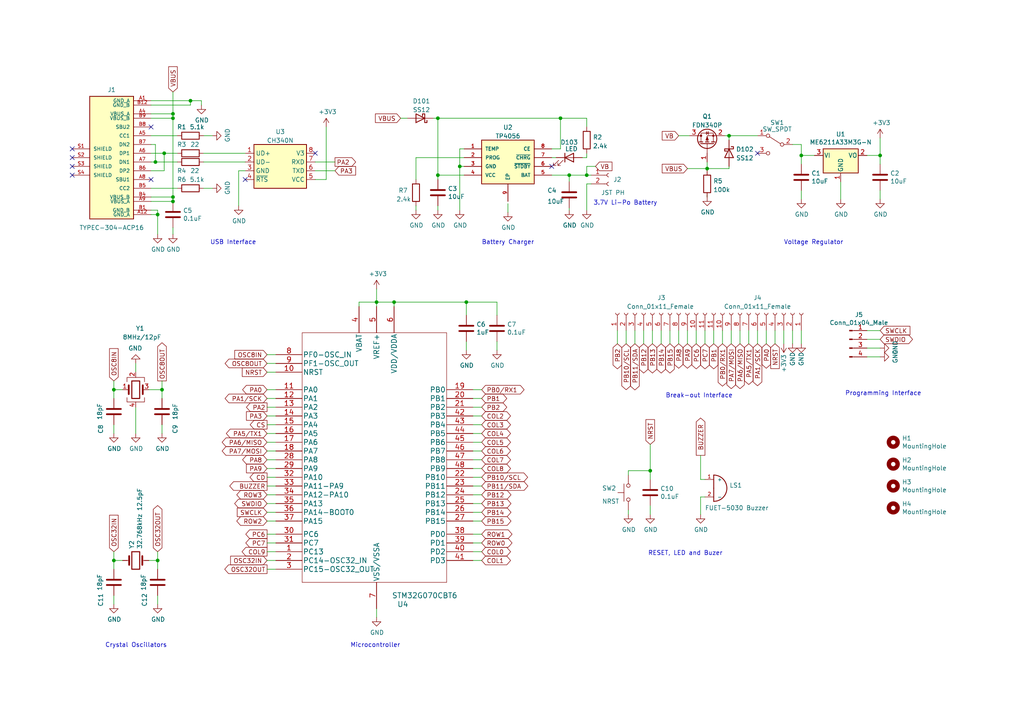
<source format=kicad_sch>
(kicad_sch (version 20211123) (generator eeschema)
  (paper "A4")
  (title_block (title "G70CB PalmTop") (date "2023-04-10") (rev "Rev 1.1") (company "www.e-tinkers.com") (comment 1 "Henry Cheung") (comment 2 "@copyright e-tinkers.com"))
  (lib_symbols
    (symbol "Connector:Conn_01x02_Female" (pin_names (offset 1.016) hide)
      (property "Reference" "J" (at 0 2.54 0))
      (property "Value" "Conn_01x02_Female" (at 0 -5.08 0))
      (symbol "Conn_01x02_Female_1_1"
        (pin passive line (at -5.08 0 0) (length 3.81) (name "Pin_1") (number "1"))
        (pin passive line (at -5.08 -2.54 0) (length 3.81) (name "Pin_2") (number "2"))
      )
    )
    (symbol "Connector:Conn_01x04_Male" (pin_names (offset 1.016) hide)
      (property "Reference" "J" (at 0 5.08 0))
      (property "Value" "Conn_01x04_Male" (at 0 -7.62 0))
      (symbol "Conn_01x04_Male_1_1"
        (pin passive line (at 5.08 2.54 180) (length 3.81) (name "Pin_1") (number "1"))
        (pin passive line (at 5.08 0 180) (length 3.81) (name "Pin_2") (number "2"))
        (pin passive line (at 5.08 -2.54 180) (length 3.81) (name "Pin_3") (number "3"))
        (pin passive line (at 5.08 -5.08 180) (length 3.81) (name "Pin_4") (number "4"))
      )
    )
    (symbol "Connector:Conn_01x11_Female" (pin_names (offset 1.016) hide)
      (property "Reference" "J" (at 0 15.24 0))
      (property "Value" "Conn_01x11_Female" (at 0 -15.24 0))
      (symbol "Conn_01x11_Female_1_1"
        (pin passive line (at -5.08 12.7 0) (length 3.81) (name "Pin_1") (number "1"))
        (pin passive line (at -5.08 -10.16 0) (length 3.81) (name "Pin_10") (number "10"))
        (pin passive line (at -5.08 -12.7 0) (length 3.81) (name "Pin_11") (number "11"))
        (pin passive line (at -5.08 10.16 0) (length 3.81) (name "Pin_2") (number "2"))
        (pin passive line (at -5.08 7.62 0) (length 3.81) (name "Pin_3") (number "3"))
        (pin passive line (at -5.08 5.08 0) (length 3.81) (name "Pin_4") (number "4"))
        (pin passive line (at -5.08 2.54 0) (length 3.81) (name "Pin_5") (number "5"))
        (pin passive line (at -5.08 0 0) (length 3.81) (name "Pin_6") (number "6"))
        (pin passive line (at -5.08 -2.54 0) (length 3.81) (name "Pin_7") (number "7"))
        (pin passive line (at -5.08 -5.08 0) (length 3.81) (name "Pin_8") (number "8"))
        (pin passive line (at -5.08 -7.62 0) (length 3.81) (name "Pin_9") (number "9"))
      )
    )
    (symbol "Device:C" (pin_numbers hide) (pin_names (offset 0.254))
      (property "Reference" "C" (at 0.635 2.54 0))
      (property "Value" "C" (at 0.635 -2.54 0))
      (symbol "C_1_1"
        (pin passive line (at 0 3.81 270) (length 2.794) (name "~") (number "1"))
        (pin passive line (at 0 -3.81 90) (length 2.794) (name "~") (number "2"))
      )
    )
    (symbol "Device:Crystal" (pin_numbers hide) (pin_names (offset 1.016) hide)
      (property "Reference" "Y" (at 0 3.81 0))
      (property "Value" "Crystal" (at 0 -3.81 0))
      (symbol "Crystal_1_1"
        (pin passive line (at -3.81 0 0) (length 1.27) (name "1") (number "1"))
        (pin passive line (at 3.81 0 180) (length 1.27) (name "2") (number "2"))
      )
    )
    (symbol "Device:Crystal_GND24" (pin_names (offset 1.016) hide)
      (property "Reference" "Y" (at 3.175 5.08 0))
      (property "Value" "Crystal_GND24" (at 3.175 3.175 0))
      (symbol "Crystal_GND24_1_1"
        (pin passive line (at -3.81 0 0) (length 1.27) (name "1") (number "1"))
        (pin passive line (at 0 5.08 270) (length 1.27) (name "2") (number "2"))
        (pin passive line (at 3.81 0 180) (length 1.27) (name "3") (number "3"))
        (pin passive line (at 0 -5.08 90) (length 1.27) (name "4") (number "4"))
      )
    )
    (symbol "Device:D_Schottky" (pin_numbers hide) (pin_names (offset 1.016) hide)
      (property "Reference" "D" (at 0 2.54 0))
      (property "Value" "D_Schottky" (at 0 -2.54 0))
      (symbol "D_Schottky_1_1"
        (pin passive line (at -3.81 0 0) (length 2.54) (name "K") (number "1"))
        (pin passive line (at 3.81 0 180) (length 2.54) (name "A") (number "2"))
      )
    )
    (symbol "Device:LED" (pin_numbers hide) (pin_names (offset 1.016) hide)
      (property "Reference" "D" (at 0 2.54 0))
      (property "Value" "LED" (at 0 -2.54 0))
      (symbol "LED_1_1"
        (pin passive line (at -3.81 0 0) (length 2.54) (name "K") (number "1"))
        (pin passive line (at 3.81 0 180) (length 2.54) (name "A") (number "2"))
      )
    )
    (symbol "Device:R" (pin_numbers hide) (pin_names (offset 0))
      (property "Reference" "R" (at 2.032 0 90))
      (property "Value" "R" (at 0 0 90))
      (symbol "R_1_1"
        (pin passive line (at 0 3.81 270) (length 1.27) (name "~") (number "1"))
        (pin passive line (at 0 -3.81 90) (length 1.27) (name "~") (number "2"))
      )
    )
    (symbol "Mechanical:MountingHole" (pin_names (offset 1.016))
      (property "Reference" "H" (at 0 5.08 0))
      (property "Value" "MountingHole" (at 0 3.175 0))
    )
    (symbol "Regulator_Linear:MCP1703A-1202_SOT23" (pin_names (offset 0.254))
      (property "Reference" "U" (at -3.81 3.175 0))
      (property "Value" "MCP1703A-1202_SOT23" (at 0 3.175 0))
      (symbol "MCP1703A-1202_SOT23_1_1"
        (pin power_in line (at 0 -7.62 90) (length 2.54) (name "GND") (number "1"))
        (pin power_out line (at 7.62 0 180) (length 2.54) (name "VO") (number "2"))
        (pin power_in line (at -7.62 0 0) (length 2.54) (name "VI") (number "3"))
      )
    )
    (symbol "Switch:SW_Push" (pin_numbers hide) (pin_names (offset 1.016) hide)
      (property "Reference" "SW" (at 1.27 2.54 0))
      (property "Value" "SW_Push" (at 0 -1.524 0))
      (symbol "SW_Push_0_1"
        (pin passive line (at -5.08 0 0) (length 2.54) (name "1") (number "1"))
        (pin passive line (at 5.08 0 180) (length 2.54) (name "2") (number "2"))
      )
    )
    (symbol "Switch:SW_SPDT" (pin_names (offset 0) hide)
      (property "Reference" "SW" (at 0 4.318 0))
      (property "Value" "SW_SPDT" (at 0 -5.08 0))
      (symbol "SW_SPDT_1_1"
        (pin passive line (at 5.08 2.54 180) (length 2.54) (name "A") (number "1"))
        (pin passive line (at -5.08 0 0) (length 2.54) (name "B") (number "2"))
        (pin passive line (at 5.08 -2.54 180) (length 2.54) (name "C") (number "3"))
      )
    )
    (symbol "TP4056:TP4056" (pin_names (offset 1.016))
      (property "Reference" "U" (at -10.16 6.35 0))
      (property "Value" "TP4056" (at -2.54 6.35 0))
      (symbol "TP4056_0_0"
        (pin input line (at -15.24 3.81 0) (length 5.08) (name "TEMP") (number "1"))
        (pin bidirectional line (at -15.24 1.27 0) (length 5.08) (name "PROG") (number "2"))
        (pin power_in line (at -15.24 -1.27 0) (length 5.08) (name "GND") (number "3"))
        (pin power_in line (at -15.24 -3.81 0) (length 5.08) (name "VCC") (number "4"))
        (pin output line (at 10.16 -3.81 180) (length 5.08) (name "BAT") (number "5"))
        (pin output line (at 10.16 -1.27 180) (length 5.08) (name "~{STDBY}") (number "6"))
        (pin output line (at 10.16 1.27 180) (length 5.08) (name "~{CHRG}") (number "7"))
        (pin input line (at 10.16 3.81 180) (length 5.08) (name "CE") (number "8"))
        (pin passive line (at -2.54 -11.43 90) (length 5.08) (name "EP") (number "9"))
      )
    )
    (symbol "TYPEC-304-ACP16:TYPEC-304-ACP16" (pin_names (offset 1.016))
      (property "Reference" "J" (at -5.08 19.05 0))
      (property "Value" "TYPEC-304-ACP16" (at -10.16 -21.59 0))
      (symbol "TYPEC-304-ACP16_0_0"
        (pin power_in line (at 11.43 16.51 180) (length 5.08) (name "GND_A") (number "A1"))
        (pin power_in line (at 11.43 -16.51 180) (length 5.08) (name "GND_A") (number "A12"))
        (pin power_in line (at 11.43 12.7 180) (length 5.08) (name "VBUS_A") (number "A4"))
        (pin bidirectional line (at 11.43 6.35 180) (length 5.08) (name "CC1") (number "A5"))
        (pin bidirectional line (at 11.43 1.27 180) (length 5.08) (name "DP1") (number "A6"))
        (pin bidirectional line (at 11.43 -1.27 180) (length 5.08) (name "DN1") (number "A7"))
        (pin bidirectional line (at 11.43 -6.35 180) (length 5.08) (name "SBU1") (number "A8"))
        (pin power_in line (at 11.43 -12.7 180) (length 5.08) (name "VBUS_A") (number "A9"))
        (pin power_in line (at 11.43 -15.24 180) (length 5.08) (name "GND_B") (number "B1"))
        (pin power_in line (at 11.43 15.24 180) (length 5.08) (name "GND_B") (number "B12"))
        (pin power_in line (at 11.43 -11.43 180) (length 5.08) (name "VBUS_B") (number "B4"))
        (pin bidirectional line (at 11.43 -8.89 180) (length 5.08) (name "CC2") (number "B5"))
        (pin bidirectional line (at 11.43 -3.81 180) (length 5.08) (name "DP2") (number "B6"))
        (pin bidirectional line (at 11.43 3.81 180) (length 5.08) (name "DN2") (number "B7"))
        (pin bidirectional line (at 11.43 8.89 180) (length 5.08) (name "SBU2") (number "B8"))
        (pin power_in line (at 11.43 11.43 180) (length 5.08) (name "VBUS_B") (number "B9"))
        (pin power_in line (at -11.43 2.54 0) (length 5.08) (name "SHIELD") (number "S1"))
        (pin power_in line (at -11.43 0 0) (length 5.08) (name "SHIELD") (number "S2"))
        (pin power_in line (at -11.43 -2.54 0) (length 5.08) (name "SHIELD") (number "S3"))
        (pin power_in line (at -11.43 -5.08 0) (length 5.08) (name "SHIELD") (number "S4"))
      )
    )
    (symbol "Transistor_FET:FDN340P" (pin_names hide)
      (property "Reference" "Q" (at 5.08 1.905 0))
      (property "Value" "FDN340P" (at 5.08 0 0))
      (symbol "FDN340P_1_1"
        (pin input line (at -5.08 0 0) (length 2.54) (name "G") (number "1"))
        (pin passive line (at 2.54 -5.08 90) (length 2.54) (name "S") (number "2"))
        (pin passive line (at 2.54 5.08 270) (length 2.54) (name "D") (number "3"))
      )
    )
    (symbol "e-tinkers:CH340N"
      (property "Reference" "U" (at -5.08 13.97 0))
      (property "Value" "CH340N" (at 1.27 13.97 0))
      (symbol "CH340N_1_1"
        (pin bidirectional line (at -10.16 10.16 0) (length 2.54) (name "UD+") (number "1"))
        (pin bidirectional line (at -10.16 7.62 0) (length 2.54) (name "UD-") (number "2"))
        (pin power_in line (at -10.16 5.08 0) (length 2.54) (name "GND") (number "3"))
        (pin output line (at -10.16 2.54 0) (length 2.54) (name "~{RTS}") (number "4"))
        (pin power_in line (at 10.16 2.54 180) (length 2.54) (name "VCC") (number "5"))
        (pin output line (at 10.16 5.08 180) (length 2.54) (name "TXD") (number "6"))
        (pin input line (at 10.16 7.62 180) (length 2.54) (name "RXD") (number "7"))
        (pin power_in line (at 10.16 10.16 180) (length 2.54) (name "V3") (number "8"))
      )
    )
    (symbol "e-tinkers:FUET-5030 Buzzer" (pin_names (offset 1.016))
      (property "Reference" "LS" (at 1.27 6.35 0))
      (property "Value" "FUET-5030 Buzzer" (at -2.54 -5.08 0))
      (symbol "FUET-5030 Buzzer_0_0"
        (pin passive line (at -1.27 3.81 0) (length 2.54) (name "+") (number "1"))
        (pin passive line (at -1.27 -1.27 0) (length 2.54) (name "-") (number "2"))
        (pin no_connect line (at -1.27 1.27 0) (length 2.54) hide (name "~") (number "3"))
      )
    )
    (symbol "palmTop-rescue:+3.3V-power" (power) (pin_names (offset 0))
      (property "Value" "+3.3V-power" (at 0 3.556 0))
      (symbol "+3.3V-power_1_1"
        (pin power_in line (at 0 0 90) (length 0) hide (name "+3V3") (number "1"))
      )
    )
    (symbol "palmTop-rescue:STM32G070CBT6-STM32G070xBT6" (pin_names (offset 0.254))
      (property "Reference" "U" (at -20.32 39.37 0))
      (property "Value" "STM32G070CBT6-STM32G070xBT6" (at 17.78 -38.1 0))
      (symbol "STM32G070CBT6-STM32G070xBT6_1_1"
        (pin bidirectional line (at -29.21 -26.67 0) (length 7.62) (name "PC13") (number "1"))
        (pin bidirectional line (at -29.21 25.4 0) (length 7.62) (name "NRST") (number "10"))
        (pin bidirectional line (at -29.21 20.32 0) (length 7.62) (name "PA0") (number "11"))
        (pin bidirectional line (at -29.21 17.78 0) (length 7.62) (name "PA1") (number "12"))
        (pin bidirectional line (at -29.21 15.24 0) (length 7.62) (name "PA2") (number "13"))
        (pin bidirectional line (at -29.21 12.7 0) (length 7.62) (name "PA3") (number "14"))
        (pin bidirectional line (at -29.21 10.16 0) (length 7.62) (name "PA4") (number "15"))
        (pin bidirectional line (at -29.21 7.62 0) (length 7.62) (name "PA5") (number "16"))
        (pin bidirectional line (at -29.21 5.08 0) (length 7.62) (name "PA6") (number "17"))
        (pin bidirectional line (at -29.21 2.54 0) (length 7.62) (name "PA7") (number "18"))
        (pin bidirectional line (at 27.94 20.32 180) (length 7.62) (name "PB0") (number "19"))
        (pin bidirectional line (at -29.21 -29.21 0) (length 7.62) (name "PC14-OSC32_IN") (number "2"))
        (pin bidirectional line (at 27.94 17.78 180) (length 7.62) (name "PB1") (number "20"))
        (pin bidirectional line (at 27.94 15.24 180) (length 7.62) (name "PB2") (number "21"))
        (pin bidirectional line (at 27.94 -5.08 180) (length 7.62) (name "PB10") (number "22"))
        (pin bidirectional line (at 27.94 -7.62 180) (length 7.62) (name "PB11") (number "23"))
        (pin bidirectional line (at 27.94 -10.16 180) (length 7.62) (name "PB12") (number "24"))
        (pin bidirectional line (at 27.94 -12.7 180) (length 7.62) (name "PB13") (number "25"))
        (pin bidirectional line (at 27.94 -15.24 180) (length 7.62) (name "PB14") (number "26"))
        (pin bidirectional line (at 27.94 -17.78 180) (length 7.62) (name "PB15") (number "27"))
        (pin bidirectional line (at -29.21 0 0) (length 7.62) (name "PA8") (number "28"))
        (pin bidirectional line (at -29.21 -2.54 0) (length 7.62) (name "PA9") (number "29"))
        (pin bidirectional line (at -29.21 -31.75 0) (length 7.62) (name "PC15-OSC32_OUT") (number "3"))
        (pin bidirectional line (at -29.21 -21.59 0) (length 7.62) (name "PC6") (number "30"))
        (pin bidirectional line (at -29.21 -24.13 0) (length 7.62) (name "PC7") (number "31"))
        (pin bidirectional line (at -29.21 -5.08 0) (length 7.62) (name "PA10") (number "32"))
        (pin bidirectional line (at -29.21 -7.62 0) (length 7.62) (name "PA11-PA9") (number "33"))
        (pin bidirectional line (at -29.21 -10.16 0) (length 7.62) (name "PA12-PA10") (number "34"))
        (pin bidirectional line (at -29.21 -12.7 0) (length 7.62) (name "PA13") (number "35"))
        (pin bidirectional line (at -29.21 -15.24 0) (length 7.62) (name "PA14-BOOT0") (number "36"))
        (pin bidirectional line (at -29.21 -17.78 0) (length 7.62) (name "PA15") (number "37"))
        (pin bidirectional line (at 27.94 -21.59 180) (length 7.62) (name "PD0") (number "38"))
        (pin bidirectional line (at 27.94 -24.13 180) (length 7.62) (name "PD1") (number "39"))
        (pin power_in line (at -5.08 44.45 270) (length 7.62) (name "VBAT") (number "4"))
        (pin bidirectional line (at 27.94 -26.67 180) (length 7.62) (name "PD2") (number "40"))
        (pin bidirectional line (at 27.94 -29.21 180) (length 7.62) (name "PD3") (number "41"))
        (pin bidirectional line (at 27.94 12.7 180) (length 7.62) (name "PB3") (number "42"))
        (pin bidirectional line (at 27.94 10.16 180) (length 7.62) (name "PB4") (number "43"))
        (pin bidirectional line (at 27.94 7.62 180) (length 7.62) (name "PB5") (number "44"))
        (pin bidirectional line (at 27.94 5.08 180) (length 7.62) (name "PB6") (number "45"))
        (pin bidirectional line (at 27.94 2.54 180) (length 7.62) (name "PB7") (number "46"))
        (pin bidirectional line (at 27.94 0 180) (length 7.62) (name "PB8") (number "47"))
        (pin bidirectional line (at 27.94 -2.54 180) (length 7.62) (name "PB9") (number "48"))
        (pin power_in line (at 0 44.45 270) (length 7.62) (name "VREF+") (number "5"))
        (pin power_in line (at 5.08 44.45 270) (length 7.62) (name "VDD/VDDA") (number "6"))
        (pin power_in line (at 0 -43.18 90) (length 7.62) (name "VSS/VSSA") (number "7"))
        (pin bidirectional line (at -29.21 30.48 0) (length 7.62) (name "PF0-OSC_IN") (number "8"))
        (pin bidirectional line (at -29.21 27.94 0) (length 7.62) (name "PF1-OSC_OUT") (number "9"))
      )
    )
    (symbol "power:GND" (power) (pin_names (offset 0))
      (property "Value" "GND" (at 0 -3.81 0))
      (symbol "GND_1_1"
        (pin power_in line (at 0 0 270) (length 0) hide (name "GND") (number "1"))
      )
    )
  )
  (junction (at 255.27 45.085))
  (junction (at 188.595 136.525))
  (junction (at 47.625 44.45))
  (junction (at 114.3 87.63))
  (junction (at 109.22 87.63))
  (junction (at 33.02 162.56))
  (junction (at 162.56 34.29))
  (junction (at 50.165 58.42))
  (junction (at 45.72 62.23))
  (junction (at 50.165 34.29))
  (junction (at 232.41 45.085))
  (junction (at 170.18 50.8))
  (junction (at 50.165 33.02))
  (junction (at 127 50.8))
  (junction (at 205.105 48.895))
  (junction (at 55.245 29.21))
  (junction (at 165.1 50.8))
  (junction (at 133.35 48.26))
  (junction (at 211.455 39.37))
  (junction (at 127 34.29))
  (junction (at 45.72 162.56))
  (junction (at 45.085 46.99))
  (junction (at 50.165 57.15))
  (junction (at 135.255 87.63))
  (junction (at 33.02 113.03))
  (junction (at 46.99 113.03))
  (no_connect (at 91.44 44.45))
  (no_connect (at 219.71 44.45))
  (no_connect (at 43.815 52.07))
  (no_connect (at 43.815 36.83))
  (no_connect (at 160.02 48.26))
  (no_connect (at 20.955 50.8))
  (no_connect (at 20.955 43.18))
  (no_connect (at 20.955 45.72))
  (no_connect (at 20.955 48.26))
  (no_connect (at 71.12 52.07))
  (wire (pts (xy 39.37 107.95) (xy 39.37 105.41)))
  (wire (pts (xy 33.02 125.73) (xy 33.02 123.19)))
  (wire (pts (xy 77.47 143.51) (xy 80.01 143.51)))
  (wire (pts (xy 232.41 57.785) (xy 232.41 55.245)))
  (wire (pts (xy 243.84 52.705) (xy 243.84 57.785)))
  (wire (pts (xy 182.245 136.525) (xy 182.245 137.795)))
  (wire (pts (xy 232.41 45.085) (xy 236.22 45.085)))
  (wire (pts (xy 116.205 34.29) (xy 118.11 34.29)))
  (wire (pts (xy 109.22 87.63) (xy 109.22 83.82)))
  (wire (pts (xy 219.71 95.885) (xy 219.71 99.695)))
  (wire (pts (xy 139.7 123.19) (xy 137.16 123.19)))
  (wire (pts (xy 120.65 45.72) (xy 120.65 52.07)))
  (wire (pts (xy 45.72 60.96) (xy 45.72 62.23)))
  (wire (pts (xy 77.47 118.11) (xy 80.01 118.11)))
  (wire (pts (xy 77.47 140.97) (xy 80.01 140.97)))
  (wire (pts (xy 33.02 115.57) (xy 33.02 113.03)))
  (wire (pts (xy 139.7 125.73) (xy 137.16 125.73)))
  (wire (pts (xy 203.2 144.145) (xy 203.2 149.225)))
  (wire (pts (xy 211.455 39.37) (xy 219.71 39.37)))
  (wire (pts (xy 77.47 157.48) (xy 80.01 157.48)))
  (wire (pts (xy 43.815 58.42) (xy 50.165 58.42)))
  (wire (pts (xy 43.815 44.45) (xy 47.625 44.45)))
  (wire (pts (xy 170.18 48.26) (xy 170.18 50.8)))
  (wire (pts (xy 182.245 147.955) (xy 182.245 149.225)))
  (wire (pts (xy 50.165 58.42) (xy 50.165 57.15)))
  (wire (pts (xy 170.18 48.26) (xy 172.72 48.26)))
  (wire (pts (xy 162.56 34.29) (xy 170.18 34.29)))
  (wire (pts (xy 77.47 138.43) (xy 80.01 138.43)))
  (wire (pts (xy 59.055 44.45) (xy 71.12 44.45)))
  (wire (pts (xy 251.46 45.085) (xy 255.27 45.085)))
  (wire (pts (xy 139.7 146.05) (xy 137.16 146.05)))
  (wire (pts (xy 179.07 99.695) (xy 179.07 95.885)))
  (wire (pts (xy 33.02 113.03) (xy 35.56 113.03)))
  (wire (pts (xy 46.99 113.03) (xy 46.99 115.57)))
  (wire (pts (xy 229.87 41.91) (xy 232.41 41.91)))
  (wire (pts (xy 91.44 52.07) (xy 94.615 52.07)))
  (wire (pts (xy 139.7 151.13) (xy 137.16 151.13)))
  (wire (pts (xy 204.47 144.145) (xy 203.2 144.145)))
  (wire (pts (xy 127 34.29) (xy 127 50.8)))
  (wire (pts (xy 43.18 113.03) (xy 46.99 113.03)))
  (wire (pts (xy 33.02 162.56) (xy 33.02 160.02)))
  (wire (pts (xy 77.47 148.59) (xy 80.01 148.59)))
  (wire (pts (xy 77.47 146.05) (xy 80.01 146.05)))
  (wire (pts (xy 45.085 41.91) (xy 45.085 46.99)))
  (wire (pts (xy 211.455 39.37) (xy 211.455 40.64)))
  (wire (pts (xy 139.7 157.48) (xy 137.16 157.48)))
  (wire (pts (xy 205.105 46.99) (xy 205.105 48.895)))
  (wire (pts (xy 135.255 87.63) (xy 135.255 91.44)))
  (wire (pts (xy 188.595 149.225) (xy 188.595 146.685)))
  (wire (pts (xy 125.73 34.29) (xy 127 34.29)))
  (wire (pts (xy 45.72 62.23) (xy 45.72 67.945)))
  (wire (pts (xy 43.815 34.29) (xy 50.165 34.29)))
  (wire (pts (xy 139.7 120.65) (xy 137.16 120.65)))
  (wire (pts (xy 45.72 162.56) (xy 45.72 160.02)))
  (wire (pts (xy 170.18 53.34) (xy 170.18 60.96)))
  (wire (pts (xy 255.27 40.005) (xy 255.27 45.085)))
  (wire (pts (xy 43.815 60.96) (xy 45.72 60.96)))
  (wire (pts (xy 139.7 135.89) (xy 137.16 135.89)))
  (wire (pts (xy 71.12 49.53) (xy 69.215 49.53)))
  (wire (pts (xy 199.39 99.695) (xy 199.39 95.885)))
  (wire (pts (xy 77.47 125.73) (xy 80.01 125.73)))
  (wire (pts (xy 170.18 50.8) (xy 171.45 50.8)))
  (wire (pts (xy 134.62 45.72) (xy 120.65 45.72)))
  (wire (pts (xy 109.22 88.9) (xy 109.22 87.63)))
  (wire (pts (xy 222.25 95.885) (xy 222.25 99.695)))
  (wire (pts (xy 224.79 95.885) (xy 224.79 99.695)))
  (wire (pts (xy 77.47 162.56) (xy 80.01 162.56)))
  (wire (pts (xy 189.23 99.695) (xy 189.23 95.885)))
  (wire (pts (xy 77.47 123.19) (xy 80.01 123.19)))
  (wire (pts (xy 162.56 43.18) (xy 162.56 34.29)))
  (wire (pts (xy 104.14 87.63) (xy 109.22 87.63)))
  (wire (pts (xy 50.165 34.29) (xy 50.165 57.15)))
  (wire (pts (xy 55.245 29.21) (xy 55.245 30.48)))
  (wire (pts (xy 43.815 33.02) (xy 50.165 33.02)))
  (wire (pts (xy 229.87 95.885) (xy 229.87 99.695)))
  (wire (pts (xy 33.02 175.26) (xy 33.02 172.72)))
  (wire (pts (xy 217.17 95.885) (xy 217.17 99.695)))
  (wire (pts (xy 127 50.8) (xy 127 52.07)))
  (wire (pts (xy 59.055 46.99) (xy 71.12 46.99)))
  (wire (pts (xy 55.245 29.21) (xy 58.42 29.21)))
  (wire (pts (xy 77.47 115.57) (xy 80.01 115.57)))
  (wire (pts (xy 139.7 128.27) (xy 137.16 128.27)))
  (wire (pts (xy 127 34.29) (xy 162.56 34.29)))
  (wire (pts (xy 77.47 160.02) (xy 80.01 160.02)))
  (wire (pts (xy 139.7 130.81) (xy 137.16 130.81)))
  (wire (pts (xy 47.625 49.53) (xy 47.625 44.45)))
  (wire (pts (xy 50.165 66.04) (xy 50.165 67.945)))
  (wire (pts (xy 114.3 87.63) (xy 135.255 87.63)))
  (wire (pts (xy 196.85 39.37) (xy 200.025 39.37)))
  (wire (pts (xy 127 50.8) (xy 134.62 50.8)))
  (wire (pts (xy 133.35 48.26) (xy 134.62 48.26)))
  (wire (pts (xy 209.55 95.885) (xy 209.55 99.695)))
  (wire (pts (xy 232.41 45.085) (xy 232.41 47.625)))
  (wire (pts (xy 251.46 103.505) (xy 255.27 103.505)))
  (wire (pts (xy 120.65 59.69) (xy 120.65 60.96)))
  (wire (pts (xy 139.7 115.57) (xy 137.16 115.57)))
  (wire (pts (xy 43.815 54.61) (xy 51.435 54.61)))
  (wire (pts (xy 165.1 52.705) (xy 165.1 50.8)))
  (wire (pts (xy 214.63 95.885) (xy 214.63 99.695)))
  (wire (pts (xy 211.455 48.895) (xy 205.105 48.895)))
  (wire (pts (xy 135.255 99.06) (xy 135.255 101.6)))
  (wire (pts (xy 127 59.69) (xy 127 60.96)))
  (wire (pts (xy 69.215 49.53) (xy 69.215 59.69)))
  (wire (pts (xy 46.99 113.03) (xy 46.99 110.49)))
  (wire (pts (xy 201.93 99.695) (xy 201.93 95.885)))
  (wire (pts (xy 139.7 143.51) (xy 137.16 143.51)))
  (wire (pts (xy 43.815 49.53) (xy 47.625 49.53)))
  (wire (pts (xy 139.7 118.11) (xy 137.16 118.11)))
  (wire (pts (xy 77.47 128.27) (xy 80.01 128.27)))
  (wire (pts (xy 77.47 165.1) (xy 80.01 165.1)))
  (wire (pts (xy 255.27 100.965) (xy 251.46 100.965)))
  (wire (pts (xy 188.595 136.525) (xy 188.595 139.065)))
  (wire (pts (xy 255.27 45.085) (xy 255.27 47.625)))
  (wire (pts (xy 91.44 46.99) (xy 97.155 46.99)))
  (wire (pts (xy 94.615 36.83) (xy 94.615 52.07)))
  (wire (pts (xy 43.815 46.99) (xy 45.085 46.99)))
  (wire (pts (xy 139.7 160.02) (xy 137.16 160.02)))
  (wire (pts (xy 46.99 123.19) (xy 46.99 125.73)))
  (wire (pts (xy 55.245 30.48) (xy 43.815 30.48)))
  (wire (pts (xy 232.41 95.885) (xy 232.41 99.695)))
  (wire (pts (xy 77.47 151.13) (xy 80.01 151.13)))
  (wire (pts (xy 205.105 48.895) (xy 205.105 49.53)))
  (wire (pts (xy 139.7 148.59) (xy 137.16 148.59)))
  (wire (pts (xy 188.595 136.525) (xy 182.245 136.525)))
  (wire (pts (xy 80.01 102.87) (xy 77.47 102.87)))
  (wire (pts (xy 204.47 99.695) (xy 204.47 95.885)))
  (wire (pts (xy 139.7 133.35) (xy 137.16 133.35)))
  (wire (pts (xy 170.18 44.45) (xy 170.18 45.72)))
  (wire (pts (xy 227.33 95.885) (xy 227.33 99.695)))
  (wire (pts (xy 199.39 48.895) (xy 205.105 48.895)))
  (wire (pts (xy 144.145 87.63) (xy 144.145 91.44)))
  (wire (pts (xy 133.35 43.18) (xy 133.35 48.26)))
  (wire (pts (xy 43.815 57.15) (xy 50.165 57.15)))
  (wire (pts (xy 109.22 87.63) (xy 114.3 87.63)))
  (wire (pts (xy 33.02 165.1) (xy 33.02 162.56)))
  (wire (pts (xy 58.42 29.21) (xy 58.42 30.48)))
  (wire (pts (xy 144.145 101.6) (xy 144.145 99.06)))
  (wire (pts (xy 170.18 34.29) (xy 170.18 36.83)))
  (wire (pts (xy 255.27 95.885) (xy 251.46 95.885)))
  (wire (pts (xy 147.32 59.055) (xy 147.32 61.595)))
  (wire (pts (xy 77.47 154.94) (xy 80.01 154.94)))
  (wire (pts (xy 91.44 49.53) (xy 97.155 49.53)))
  (wire (pts (xy 43.815 29.21) (xy 55.245 29.21)))
  (wire (pts (xy 134.62 43.18) (xy 133.35 43.18)))
  (wire (pts (xy 188.595 128.905) (xy 188.595 136.525)))
  (wire (pts (xy 171.45 53.34) (xy 170.18 53.34)))
  (wire (pts (xy 114.3 87.63) (xy 114.3 88.9)))
  (wire (pts (xy 33.02 110.49) (xy 33.02 113.03)))
  (wire (pts (xy 77.47 113.03) (xy 80.01 113.03)))
  (wire (pts (xy 80.01 105.41) (xy 77.47 105.41)))
  (wire (pts (xy 47.625 44.45) (xy 51.435 44.45)))
  (wire (pts (xy 232.41 41.91) (xy 232.41 45.085)))
  (wire (pts (xy 255.27 98.425) (xy 251.46 98.425)))
  (wire (pts (xy 255.27 57.785) (xy 255.27 55.245)))
  (wire (pts (xy 39.37 118.11) (xy 39.37 125.73)))
  (wire (pts (xy 43.815 62.23) (xy 45.72 62.23)))
  (wire (pts (xy 194.31 99.695) (xy 194.31 95.885)))
  (wire (pts (xy 207.01 95.885) (xy 207.01 99.695)))
  (wire (pts (xy 160.02 43.18) (xy 162.56 43.18)))
  (wire (pts (xy 184.15 99.695) (xy 184.15 95.885)))
  (wire (pts (xy 45.085 46.99) (xy 51.435 46.99)))
  (wire (pts (xy 80.01 107.95) (xy 77.47 107.95)))
  (wire (pts (xy 139.7 162.56) (xy 137.16 162.56)))
  (wire (pts (xy 133.35 48.26) (xy 133.35 60.96)))
  (wire (pts (xy 212.09 95.885) (xy 212.09 99.695)))
  (wire (pts (xy 144.145 87.63) (xy 135.255 87.63)))
  (wire (pts (xy 210.185 39.37) (xy 211.455 39.37)))
  (wire (pts (xy 139.7 140.97) (xy 137.16 140.97)))
  (wire (pts (xy 203.2 132.08) (xy 203.2 139.065)))
  (wire (pts (xy 43.815 39.37) (xy 51.435 39.37)))
  (wire (pts (xy 139.7 138.43) (xy 137.16 138.43)))
  (wire (pts (xy 211.455 48.26) (xy 211.455 48.895)))
  (wire (pts (xy 50.165 33.02) (xy 50.165 34.29)))
  (wire (pts (xy 160.02 45.72) (xy 161.29 45.72)))
  (wire (pts (xy 77.47 130.81) (xy 80.01 130.81)))
  (wire (pts (xy 45.72 162.56) (xy 43.18 162.56)))
  (wire (pts (xy 181.61 99.695) (xy 181.61 95.885)))
  (wire (pts (xy 77.47 133.35) (xy 80.01 133.35)))
  (wire (pts (xy 165.1 60.325) (xy 165.1 60.96)))
  (wire (pts (xy 45.72 175.26) (xy 45.72 172.72)))
  (wire (pts (xy 139.7 154.94) (xy 137.16 154.94)))
  (wire (pts (xy 168.91 45.72) (xy 170.18 45.72)))
  (wire (pts (xy 191.77 99.695) (xy 191.77 95.885)))
  (wire (pts (xy 33.02 162.56) (xy 35.56 162.56)))
  (wire (pts (xy 77.47 135.89) (xy 80.01 135.89)))
  (wire (pts (xy 165.1 50.8) (xy 170.18 50.8)))
  (wire (pts (xy 77.47 120.65) (xy 80.01 120.65)))
  (wire (pts (xy 59.055 54.61) (xy 61.595 54.61)))
  (wire (pts (xy 139.7 113.03) (xy 137.16 113.03)))
  (wire (pts (xy 205.105 56.515) (xy 205.105 57.15)))
  (wire (pts (xy 45.72 165.1) (xy 45.72 162.56)))
  (wire (pts (xy 203.2 139.065) (xy 204.47 139.065)))
  (wire (pts (xy 186.69 99.695) (xy 186.69 95.885)))
  (wire (pts (xy 196.85 99.695) (xy 196.85 95.885)))
  (wire (pts (xy 160.02 50.8) (xy 165.1 50.8)))
  (wire (pts (xy 59.055 39.37) (xy 61.595 39.37)))
  (wire (pts (xy 50.165 26.67) (xy 50.165 33.02)))
  (wire (pts (xy 43.815 41.91) (xy 45.085 41.91)))
  (wire (pts (xy 104.14 87.63) (xy 104.14 88.9)))
  (wire (pts (xy 109.22 176.53) (xy 109.22 179.07)))
  (text "RESET, LED and Buzer" (at 187.96 161.29 0) (effects (font (size 1.27 1.27)) (justify left bottom)))
  (text "Battery Charger" (at 139.7 71.12 0) (effects (font (size 1.27 1.27)) (justify left bottom)))
  (text "Microcontroller" (at 101.6 187.96 0) (effects (font (size 1.27 1.27)) (justify left bottom)))
  (text "USB Interface" (at 60.96 71.12 0) (effects (font (size 1.27 1.27)) (justify left bottom)))
  (text "Voltage Regulator" (at 227.33 71.12 0) (effects (font (size 1.27 1.27)) (justify left bottom)))
  (text "3.7V Li-Po Battery" (at 172.085 59.69 0) (effects (font (size 1.27 1.27)) (justify left bottom)))
  (text "Crystal Oscillators" (at 30.48 187.96 0) (effects (font (size 1.27 1.27)) (justify left bottom)))
  (text "Programming Interface" (at 245.11 114.935 0) (effects (font (size 1.27 1.27)) (justify left bottom)))
  (text "Break-out Interface" (at 193.04 115.57 0) (effects (font (size 1.27 1.27)) (justify left bottom)))
  (global_label "PC6" (shape bidirectional) (at 201.93 99.695 270) (property "Intersheet References" "${INTERSHEET_REFS}" (effects hide)))
  (global_label "OSC8IN" (shape input) (at 33.02 110.49 90) (property "Intersheet References" "${INTERSHEET_REFS}" (effects hide)))
  (global_label "OSC8IN" (shape input) (at 77.47 102.87 180) (property "Intersheet References" "${INTERSHEET_REFS}" (effects hide)))
  (global_label "PA3" (shape input) (at 97.155 49.53 0) (property "Intersheet References" "${INTERSHEET_REFS}" (effects hide)))
  (global_label "PB1" (shape bidirectional) (at 207.01 99.695 270) (property "Intersheet References" "${INTERSHEET_REFS}" (effects hide)))
  (global_label "ROW0" (shape bidirectional) (at 139.7 157.48 0) (property "Intersheet References" "${INTERSHEET_REFS}" (effects hide)))
  (global_label " BUZZER" (shape output) (at 77.47 140.97 180) (property "Intersheet References" "${INTERSHEET_REFS}" (effects hide)))
  (global_label "COL6" (shape bidirectional) (at 139.7 130.81 0) (property "Intersheet References" "${INTERSHEET_REFS}" (effects hide)))
  (global_label "ROW2" (shape bidirectional) (at 77.47 151.13 180) (property "Intersheet References" "${INTERSHEET_REFS}" (effects hide)))
  (global_label "COL3" (shape bidirectional) (at 139.7 123.19 0) (property "Intersheet References" "${INTERSHEET_REFS}" (effects hide)))
  (global_label "PA8" (shape bidirectional) (at 196.85 99.695 270) (property "Intersheet References" "${INTERSHEET_REFS}" (effects hide)))
  (global_label "VBUS" (shape input) (at 116.205 34.29 180) (property "Intersheet References" "${INTERSHEET_REFS}" (effects hide)))
  (global_label "ROW1" (shape bidirectional) (at 139.7 154.94 0) (property "Intersheet References" "${INTERSHEET_REFS}" (effects hide)))
  (global_label "OSC32OUT" (shape bidirectional) (at 45.72 160.02 90) (property "Intersheet References" "${INTERSHEET_REFS}" (effects hide)))
  (global_label "PB11{slash}SDA" (shape bidirectional) (at 139.7 140.97 0) (property "Intersheet References" "${INTERSHEET_REFS}" (effects hide)))
  (global_label "PA3" (shape input) (at 77.47 120.65 180) (property "Intersheet References" "${INTERSHEET_REFS}" (effects hide)))
  (global_label "OSC32OUT" (shape output) (at 77.47 165.1 180) (property "Intersheet References" "${INTERSHEET_REFS}" (effects hide)))
  (global_label "PA2" (shape output) (at 77.47 118.11 180) (property "Intersheet References" "${INTERSHEET_REFS}" (effects hide)))
  (global_label "COL8" (shape bidirectional) (at 139.7 135.89 0) (property "Intersheet References" "${INTERSHEET_REFS}" (effects hide)))
  (global_label "PA7{slash}MOSI" (shape bidirectional) (at 212.09 99.695 270) (property "Intersheet References" "${INTERSHEET_REFS}" (effects hide)))
  (global_label "PB15" (shape bidirectional) (at 139.7 151.13 0) (property "Intersheet References" "${INTERSHEET_REFS}" (effects hide)))
  (global_label "PA6{slash}MISO" (shape bidirectional) (at 77.47 128.27 180) (property "Intersheet References" "${INTERSHEET_REFS}" (effects hide)))
  (global_label "OSC32IN" (shape input) (at 77.47 162.56 180) (property "Intersheet References" "${INTERSHEET_REFS}" (effects hide)))
  (global_label "PB14" (shape bidirectional) (at 139.7 148.59 0) (property "Intersheet References" "${INTERSHEET_REFS}" (effects hide)))
  (global_label "PA6{slash}MISO" (shape bidirectional) (at 214.63 99.695 270) (property "Intersheet References" "${INTERSHEET_REFS}" (effects hide)))
  (global_label "NRST" (shape input) (at 77.47 107.95 180) (property "Intersheet References" "${INTERSHEET_REFS}" (effects hide)))
  (global_label "PA2" (shape output) (at 97.155 46.99 0) (property "Intersheet References" "${INTERSHEET_REFS}" (effects hide)))
  (global_label "PA9" (shape input) (at 77.47 135.89 180) (property "Intersheet References" "${INTERSHEET_REFS}" (effects hide)))
  (global_label "PC6" (shape output) (at 77.47 154.94 180) (property "Intersheet References" "${INTERSHEET_REFS}" (effects hide)))
  (global_label "PC7" (shape output) (at 77.47 157.48 180) (property "Intersheet References" "${INTERSHEET_REFS}" (effects hide)))
  (global_label "PB0{slash}RX1" (shape bidirectional) (at 209.55 99.695 270) (property "Intersheet References" "${INTERSHEET_REFS}" (effects hide)))
  (global_label "PA1{slash}SCK" (shape bidirectional) (at 77.47 115.57 180) (property "Intersheet References" "${INTERSHEET_REFS}" (effects hide)))
  (global_label "PB13" (shape bidirectional) (at 139.7 146.05 0) (property "Intersheet References" "${INTERSHEET_REFS}" (effects hide)))
  (global_label "PB0{slash}RX1" (shape bidirectional) (at 139.7 113.03 0) (property "Intersheet References" "${INTERSHEET_REFS}" (effects hide)))
  (global_label "COL1" (shape bidirectional) (at 139.7 162.56 0) (property "Intersheet References" "${INTERSHEET_REFS}" (effects hide)))
  (global_label "COL4" (shape bidirectional) (at 139.7 125.73 0) (property "Intersheet References" "${INTERSHEET_REFS}" (effects hide)))
  (global_label "NRST" (shape input) (at 188.595 128.905 90) (property "Intersheet References" "${INTERSHEET_REFS}" (effects hide)))
  (global_label "COL2" (shape bidirectional) (at 139.7 120.65 0) (property "Intersheet References" "${INTERSHEET_REFS}" (effects hide)))
  (global_label "VB" (shape input) (at 196.85 39.37 180) (property "Intersheet References" "${INTERSHEET_REFS}" (effects hide)))
  (global_label "PC7" (shape bidirectional) (at 204.47 99.695 270) (property "Intersheet References" "${INTERSHEET_REFS}" (effects hide)))
  (global_label "NRST" (shape input) (at 224.79 99.695 270) (property "Intersheet References" "${INTERSHEET_REFS}" (effects hide)))
  (global_label "PB12" (shape bidirectional) (at 139.7 143.51 0) (property "Intersheet References" "${INTERSHEET_REFS}" (effects hide)))
  (global_label "PA0" (shape bidirectional) (at 222.25 99.695 270) (property "Intersheet References" "${INTERSHEET_REFS}" (effects hide)))
  (global_label "SWCLK" (shape input) (at 255.27 95.885 0) (property "Intersheet References" "${INTERSHEET_REFS}" (effects hide)))
  (global_label "VBUS" (shape input) (at 199.39 48.895 180) (property "Intersheet References" "${INTERSHEET_REFS}" (effects hide)))
  (global_label "OSC8OUT" (shape bidirectional) (at 77.47 105.41 180) (property "Intersheet References" "${INTERSHEET_REFS}" (effects hide)))
  (global_label "COL7" (shape bidirectional) (at 139.7 133.35 0) (property "Intersheet References" "${INTERSHEET_REFS}" (effects hide)))
  (global_label "COL9" (shape output) (at 77.47 160.02 180) (property "Intersheet References" "${INTERSHEET_REFS}" (effects hide)))
  (global_label "CS" (shape output) (at 77.47 123.19 180) (property "Intersheet References" "${INTERSHEET_REFS}" (effects hide)))
  (global_label "PB15" (shape bidirectional) (at 194.31 99.695 270) (property "Intersheet References" "${INTERSHEET_REFS}" (effects hide)))
  (global_label "PB12" (shape bidirectional) (at 186.69 99.695 270) (property "Intersheet References" "${INTERSHEET_REFS}" (effects hide)))
  (global_label "PB10{slash}SCL" (shape bidirectional) (at 181.61 99.695 270) (property "Intersheet References" "${INTERSHEET_REFS}" (effects hide)))
  (global_label "PA7{slash}MOSI" (shape bidirectional) (at 77.47 130.81 180) (property "Intersheet References" "${INTERSHEET_REFS}" (effects hide)))
  (global_label "SWDIO" (shape bidirectional) (at 77.47 146.05 180) (property "Intersheet References" "${INTERSHEET_REFS}" (effects hide)))
  (global_label "PB2" (shape bidirectional) (at 139.7 118.11 0) (property "Intersheet References" "${INTERSHEET_REFS}" (effects hide)))
  (global_label " BUZZER" (shape output) (at 203.2 132.08 90) (property "Intersheet References" "${INTERSHEET_REFS}" (effects hide)))
  (global_label "COL0" (shape bidirectional) (at 139.7 160.02 0) (property "Intersheet References" "${INTERSHEET_REFS}" (effects hide)))
  (global_label "PA9" (shape bidirectional) (at 199.39 99.695 270) (property "Intersheet References" "${INTERSHEET_REFS}" (effects hide)))
  (global_label "VBUS" (shape input) (at 50.165 26.67 90) (property "Intersheet References" "${INTERSHEET_REFS}" (effects hide)))
  (global_label "SWDIO" (shape bidirectional) (at 255.27 98.425 0) (property "Intersheet References" "${INTERSHEET_REFS}" (effects hide)))
  (global_label "PA5{slash}TX1" (shape bidirectional) (at 77.47 125.73 180) (property "Intersheet References" "${INTERSHEET_REFS}" (effects hide)))
  (global_label "PB13" (shape bidirectional) (at 189.23 99.695 270) (property "Intersheet References" "${INTERSHEET_REFS}" (effects hide)))
  (global_label "VB" (shape input) (at 172.72 48.26 0) (property "Intersheet References" "${INTERSHEET_REFS}" (effects hide)))
  (global_label "COL5" (shape bidirectional) (at 139.7 128.27 0) (property "Intersheet References" "${INTERSHEET_REFS}" (effects hide)))
  (global_label "PB2" (shape bidirectional) (at 179.07 99.695 270) (property "Intersheet References" "${INTERSHEET_REFS}" (effects hide)))
  (global_label "SWCLK" (shape input) (at 77.47 148.59 180) (property "Intersheet References" "${INTERSHEET_REFS}" (effects hide)))
  (global_label "PB10{slash}SCL" (shape bidirectional) (at 139.7 138.43 0) (property "Intersheet References" "${INTERSHEET_REFS}" (effects hide)))
  (global_label "OSC8OUT" (shape output) (at 46.99 110.49 90) (property "Intersheet References" "${INTERSHEET_REFS}" (effects hide)))
  (global_label "PA5{slash}TX1" (shape bidirectional) (at 217.17 99.695 270) (property "Intersheet References" "${INTERSHEET_REFS}" (effects hide)))
  (global_label "PB14" (shape bidirectional) (at 191.77 99.695 270) (property "Intersheet References" "${INTERSHEET_REFS}" (effects hide)))
  (global_label "PA0" (shape bidirectional) (at 77.47 113.03 180) (property "Intersheet References" "${INTERSHEET_REFS}" (effects hide)))
  (global_label "PB11{slash}SDA" (shape bidirectional) (at 184.15 99.695 270) (property "Intersheet References" "${INTERSHEET_REFS}" (effects hide)))
  (global_label "OSC32IN" (shape input) (at 33.02 160.02 90) (property "Intersheet References" "${INTERSHEET_REFS}" (effects hide)))
  (global_label "PA1{slash}SCK" (shape bidirectional) (at 219.71 99.695 270) (property "Intersheet References" "${INTERSHEET_REFS}" (effects hide)))
  (global_label "ROW3" (shape bidirectional) (at 77.47 143.51 180) (property "Intersheet References" "${INTERSHEET_REFS}" (effects hide)))
  (global_label "PA8" (shape bidirectional) (at 77.47 133.35 180) (property "Intersheet References" "${INTERSHEET_REFS}" (effects hide)))
  (global_label "CD" (shape output) (at 77.47 138.43 180) (property "Intersheet References" "${INTERSHEET_REFS}" (effects hide)))
  (global_label "PB1" (shape bidirectional) (at 139.7 115.57 0) (property "Intersheet References" "${INTERSHEET_REFS}" (effects hide)))
  (symbol (lib_id "power:GND") (at 109.22 179.07 0) (unit 1)
    (property "Reference" "#PWR036" (effects hide))
    (property "Value" "GND" (at 109.347 183.4642 0))
  )
  (symbol (lib_id "palmTop-rescue:+3.3V-power") (at 109.22 83.82 0) (unit 1)
    (property "Reference" "#PWR019" (effects hide))
    (property "Value" "+3.3V" (at 109.601 79.4258 0))
  )
  (symbol (lib_id "Device:C") (at 188.595 142.875 180) (unit 1)
    (property "Reference" "C10" (at 191.516 141.7066 0) (effects (justify right)))
    (property "Value" "0.1uF" (at 191.516 144.018 0) (effects (justify right)))
    (property "Footprint" "Capacitor_SMD:C_0603_1608Metric_Pad1.08x0.95mm_HandSolder" (effects hide))
  )
  (symbol (lib_id "Switch:SW_Push") (at 182.245 142.875 90) (unit 1)
    (property "Reference" "SW2" (at 174.625 141.605 90) (effects (justify right)))
    (property "Value" "NRST" (at 174.625 145.415 90) (effects (justify right)))
    (property "Footprint" "e-tinkers:SW_TS-1185-X-X" (effects hide))
  )
  (symbol (lib_id "Device:C") (at 144.145 95.25 0) (unit 1)
    (property "Reference" "C7" (at 147.066 94.0816 0) (effects (justify left)))
    (property "Value" "0.1uF" (at 147.066 96.393 0) (effects (justify left)))
    (property "Footprint" "Capacitor_SMD:C_0603_1608Metric_Pad1.08x0.95mm_HandSolder" (effects hide))
  )
  (symbol (lib_id "Device:C") (at 135.255 95.25 0) (unit 1)
    (property "Reference" "C6" (at 138.176 94.0816 0) (effects (justify left)))
    (property "Value" "1uF" (at 138.176 96.393 0) (effects (justify left)))
    (property "Footprint" "Capacitor_SMD:C_0603_1608Metric_Pad1.08x0.95mm_HandSolder" (effects hide))
  )
  (symbol (lib_id "power:GND") (at 188.595 149.225 0) (unit 1)
    (property "Reference" "#PWR032" (effects hide))
    (property "Value" "GND" (at 188.722 153.6192 0))
  )
  (symbol (lib_id "power:GND") (at 182.245 149.225 0) (unit 1)
    (property "Reference" "#PWR031" (effects hide))
    (property "Value" "GND" (at 182.372 153.6192 0))
  )
  (symbol (lib_id "power:GND") (at 135.255 101.6 0) (unit 1)
    (property "Reference" "#PWR024" (effects hide))
    (property "Value" "GND" (at 135.382 105.9942 0))
  )
  (symbol (lib_id "power:GND") (at 144.145 101.6 0) (unit 1)
    (property "Reference" "#PWR025" (effects hide))
    (property "Value" "GND" (at 144.272 105.9942 0))
  )
  (symbol (lib_id "Connector:Conn_01x04_Male") (at 246.38 98.425 0) (unit 1)
    (property "Reference" "J5" (at 249.1232 91.2876 0))
    (property "Value" "Conn_01x04_Male" (at 249.1232 93.599 0))
    (property "Footprint" "Connector_PinHeader_2.54mm:PinHeader_1x04_P2.54mm_Horizontal" (effects hide))
  )
  (symbol (lib_id "power:GND") (at 255.27 100.965 90) (unit 1)
    (property "Reference" "#PWR023" (effects hide))
    (property "Value" "GND" (at 259.6642 100.838 0))
  )
  (symbol (lib_id "power:GND") (at 69.215 59.69 0) (unit 1)
    (property "Reference" "#PWR010" (effects hide))
    (property "Value" "GND" (at 69.342 64.0842 0))
  )
  (symbol (lib_id "Device:C") (at 50.165 62.23 0) (unit 1)
    (property "Reference" "C5" (at 53.086 61.0616 0) (effects (justify left)))
    (property "Value" "0.1uF" (at 53.086 63.373 0) (effects (justify left)))
    (property "Footprint" "Capacitor_SMD:C_0603_1608Metric_Pad1.08x0.95mm_HandSolder" (effects hide))
  )
  (symbol (lib_id "power:GND") (at 50.165 67.945 0) (unit 1)
    (property "Reference" "#PWR018" (effects hide))
    (property "Value" "GND" (at 50.292 72.3392 0))
  )
  (symbol (lib_id "palmTop-rescue:STM32G070CBT6-STM32G070xBT6") (at 109.22 133.35 0) (unit 1)
    (property "Reference" "U4" (at 116.84 175.26 0) (effects (font (size 1.524 1.524))))
    (property "Value" "STM32G070CBT6" (at 123.19 172.72 0) (effects (font (size 1.524 1.524))))
    (property "Footprint" "Package_QFP:LQFP-48_7x7mm_P0.5mm" (effects hide))
    (property "Datasheet" "https://www.st.com/resource/en/datasheet/stm32g070kb.pdf" (effects hide))
  )
  (symbol (lib_id "power:GND") (at 203.2 149.225 0) (unit 1)
    (property "Reference" "#PWR033" (effects hide))
    (property "Value" "GND" (at 203.327 153.6192 0))
  )
  (symbol (lib_id "power:GND") (at 229.87 99.695 0) (unit 1)
    (property "Reference" "#PWR021" (effects hide))
    (property "Value" "GND" (at 229.87 104.14 90))
  )
  (symbol (lib_id "Connector:Conn_01x11_Female") (at 191.77 90.805 90) (unit 1)
    (property "Reference" "J3" (at 193.04 86.36 90) (effects (justify left)))
    (property "Value" "Conn_01x11_Female" (at 201.295 88.9 90) (effects (justify left)))
    (property "Footprint" "Connector_PinSocket_2.54mm:PinSocket_1x11_P2.54mm_Horizontal" (effects hide))
  )
  (symbol (lib_id "Connector:Conn_01x11_Female") (at 219.71 90.805 270) (mirror x) (unit 1)
    (property "Reference" "J4" (at 219.71 86.36 90))
    (property "Value" "Conn_01x11_Female" (at 219.71 88.9 90))
    (property "Footprint" "Connector_PinSocket_2.54mm:PinSocket_1x11_P2.54mm_Horizontal" (effects hide))
  )
  (symbol (lib_id "Mechanical:MountingHole") (at 259.08 128.27 0) (unit 1)
    (property "Reference" "H1" (at 261.62 127.1016 0) (effects (justify left)))
    (property "Value" "MountingHole" (at 261.62 129.413 0) (effects (justify left)))
    (property "Footprint" "MountingHole:MountingHole_3.2mm_M3" (effects hide))
  )
  (symbol (lib_id "Mechanical:MountingHole") (at 259.08 134.62 0) (unit 1)
    (property "Reference" "H2" (at 261.62 133.4516 0) (effects (justify left)))
    (property "Value" "MountingHole" (at 261.62 135.763 0) (effects (justify left)))
    (property "Footprint" "MountingHole:MountingHole_3.2mm_M3" (effects hide))
  )
  (symbol (lib_id "Mechanical:MountingHole") (at 259.08 140.97 0) (unit 1)
    (property "Reference" "H3" (at 261.62 139.8016 0) (effects (justify left)))
    (property "Value" "MountingHole" (at 261.62 142.113 0) (effects (justify left)))
    (property "Footprint" "MountingHole:MountingHole_3.2mm_M3" (effects hide))
  )
  (symbol (lib_id "Mechanical:MountingHole") (at 259.08 147.32 0) (unit 1)
    (property "Reference" "H4" (at 261.62 146.1516 0) (effects (justify left)))
    (property "Value" "MountingHole" (at 261.62 148.463 0) (effects (justify left)))
    (property "Footprint" "MountingHole:MountingHole_3.2mm_M3" (effects hide))
  )
  (symbol (lib_id "power:GND") (at 58.42 30.48 0) (unit 1)
    (property "Reference" "#PWR01" (effects hide))
    (property "Value" "GND" (at 58.547 34.8742 0))
  )
  (symbol (lib_id "Device:Crystal") (at 39.37 162.56 0) (unit 1)
    (property "Reference" "Y2" (at 38.2016 159.2326 90) (effects (justify left)))
    (property "Value" "32.768kHz 12.5pF" (at 40.513 159.2326 90) (effects (justify left)))
    (property "Footprint" "Crystal:Crystal_SMD_3215-2Pin_3.2x1.5mm" (effects hide))
  )
  (symbol (lib_id "Device:C") (at 33.02 168.91 0) (unit 1)
    (property "Reference" "C11" (at 29.21 173.99 90))
    (property "Value" "18pF" (at 28.9306 168.91 90))
    (property "Footprint" "Capacitor_SMD:C_0603_1608Metric_Pad1.08x0.95mm_HandSolder" (effects hide))
  )
  (symbol (lib_id "Device:C") (at 45.72 168.91 0) (unit 1)
    (property "Reference" "C12" (at 41.91 173.99 90))
    (property "Value" "18pF" (at 41.6306 168.91 90))
    (property "Footprint" "Capacitor_SMD:C_0603_1608Metric_Pad1.08x0.95mm_HandSolder" (effects hide))
  )
  (symbol (lib_id "power:GND") (at 45.72 175.26 0) (unit 1)
    (property "Reference" "#PWR035" (effects hide))
    (property "Value" "GND" (at 45.847 179.6542 0))
  )
  (symbol (lib_id "Device:C") (at 232.41 51.435 0) (unit 1)
    (property "Reference" "C1" (at 235.331 50.2666 0) (effects (justify left)))
    (property "Value" "10uF" (at 235.331 52.578 0) (effects (justify left)))
    (property "Footprint" "Capacitor_SMD:C_0603_1608Metric_Pad1.08x0.95mm_HandSolder" (effects hide))
  )
  (symbol (lib_id "Device:C") (at 255.27 51.435 0) (unit 1)
    (property "Reference" "C2" (at 258.191 50.2666 0) (effects (justify left)))
    (property "Value" "10uF" (at 258.191 52.578 0) (effects (justify left)))
    (property "Footprint" "Capacitor_SMD:C_0603_1608Metric_Pad1.08x0.95mm_HandSolder" (effects hide))
  )
  (symbol (lib_id "power:GND") (at 232.41 57.785 0) (unit 1)
    (property "Reference" "#PWR07" (effects hide))
    (property "Value" "GND" (at 232.537 62.1792 0))
  )
  (symbol (lib_id "power:GND") (at 255.27 57.785 0) (unit 1)
    (property "Reference" "#PWR09" (effects hide))
    (property "Value" "GND" (at 255.397 62.1792 0))
  )
  (symbol (lib_id "Regulator_Linear:MCP1703A-1202_SOT23") (at 243.84 45.085 0) (unit 1)
    (property "Reference" "U1" (at 243.84 38.9382 0))
    (property "Value" "ME6211A33M3G-N" (at 243.84 41.2496 0))
    (property "Footprint" "Package_TO_SOT_SMD:SOT-23" (effects hide))
    (property "Datasheet" "http://ww1.microchip.com/downloads/en/DeviceDoc/20005122B.pdf" (effects hide))
  )
  (symbol (lib_id "power:GND") (at 33.02 175.26 0) (unit 1)
    (property "Reference" "#PWR034" (effects hide))
    (property "Value" "GND" (at 33.147 179.6542 0))
  )
  (symbol (lib_id "power:GND") (at 243.84 57.785 0) (unit 1)
    (property "Reference" "#PWR08" (effects hide))
    (property "Value" "GND" (at 243.967 62.1792 0))
  )
  (symbol (lib_id "Switch:SW_SPDT") (at 224.79 41.91 0) (mirror y) (unit 1)
    (property "Reference" "SW1" (at 225.425 35.56 0))
    (property "Value" "SW_SPDT" (at 225.425 37.465 0))
    (property "Footprint" "e-tinkers:SW_SPDT_XKB_SK-3390A-L1" (effects hide))
  )
  (symbol (lib_id "Connector:Conn_01x02_Female") (at 176.53 50.8 0) (unit 1)
    (property "Reference" "J2" (at 179.07 52.07 0))
    (property "Value" "JST PH" (at 177.8 55.88 0))
    (property "Footprint" "Connector_JST:JST_PH_S2B-PH-K_1x02_P2.00mm_Horizontal" (effects hide))
  )
  (symbol (lib_id "power:GND") (at 170.18 60.96 0) (unit 1)
    (property "Reference" "#PWR016" (effects hide))
    (property "Value" "GND" (at 170.307 65.3542 0))
  )
  (symbol (lib_id "Device:Crystal_GND24") (at 39.37 113.03 0) (unit 1)
    (property "Reference" "Y1" (at 39.37 95.25 0) (effects (justify left)))
    (property "Value" "8MHz/12pF" (at 35.56 97.79 0) (effects (justify left)))
    (property "Footprint" "Crystal:Crystal_SMD_3225-4Pin_3.2x2.5mm" (effects hide))
  )
  (symbol (lib_id "Device:C") (at 33.02 119.38 0) (unit 1)
    (property "Reference" "C8" (at 29.21 124.46 90))
    (property "Value" "18pF" (at 28.9306 119.38 90))
    (property "Footprint" "Capacitor_SMD:C_0603_1608Metric_Pad1.08x0.95mm_HandSolder" (effects hide))
  )
  (symbol (lib_id "Device:C") (at 46.99 119.38 0) (unit 1)
    (property "Reference" "C9" (at 50.8 124.46 90))
    (property "Value" "18pF" (at 50.8 119.38 90))
    (property "Footprint" "Capacitor_SMD:C_0603_1608Metric_Pad1.08x0.95mm_HandSolder" (effects hide))
  )
  (symbol (lib_id "power:GND") (at 33.02 125.73 0) (unit 1)
    (property "Reference" "#PWR028" (effects hide))
    (property "Value" "GND" (at 33.147 130.1242 0))
  )
  (symbol (lib_id "power:GND") (at 46.99 125.73 0) (unit 1)
    (property "Reference" "#PWR030" (effects hide))
    (property "Value" "GND" (at 47.117 130.1242 0))
  )
  (symbol (lib_id "power:GND") (at 39.37 125.73 0) (unit 1)
    (property "Reference" "#PWR029" (effects hide))
    (property "Value" "GND" (at 39.497 130.1242 0))
  )
  (symbol (lib_id "power:GND") (at 39.37 105.41 180) (unit 1)
    (property "Reference" "#PWR027" (effects hide))
    (property "Value" "GND" (at 39.243 101.0158 0))
  )
  (symbol (lib_id "Device:R") (at 55.245 54.61 90) (unit 1)
    (property "Reference" "R6" (at 52.705 52.07 90))
    (property "Value" "5.1k" (at 57.15 52.07 90))
    (property "Footprint" "Resistor_SMD:R_0603_1608Metric_Pad0.98x0.95mm_HandSolder" (effects hide))
  )
  (symbol (lib_id "e-tinkers:CH340N") (at 81.28 54.61 0) (unit 1)
    (property "Reference" "U3" (at 81.28 38.2102 0))
    (property "Value" "CH340N" (at 81.28 40.7471 0))
    (property "Footprint" "Package_SO:SOP-8_3.76x4.96mm_P1.27mm" (effects hide))
    (property "Datasheet" "https://datasheet.lcsc.com/lcsc/2101130932_WCH-Jiangsu-Qin-Heng-CH340N_C506813.pdf" (effects hide))
  )
  (symbol (lib_id "Device:R") (at 205.105 53.34 0) (unit 1)
    (property "Reference" "R5" (at 206.883 52.5053 0) (effects (justify left)))
    (property "Value" "100k" (at 206.883 55.0422 0) (effects (justify left)))
    (property "Footprint" "Resistor_SMD:R_0603_1608Metric_Pad0.98x0.95mm_HandSolder" (effects hide))
  )
  (symbol (lib_id "Device:D_Schottky") (at 211.455 44.45 270) (unit 1)
    (property "Reference" "D102" (at 213.487 43.2978 90) (effects (justify left)))
    (property "Value" "SS12" (at 213.487 45.8347 90) (effects (justify left)))
    (property "Footprint" "Diode_SMD:D_SMA" (effects hide))
  )
  (symbol (lib_id "Device:R") (at 55.245 46.99 90) (unit 1)
    (property "Reference" "R4" (at 52.705 49.53 90))
    (property "Value" "22" (at 56.515 49.53 90))
    (property "Footprint" "Resistor_SMD:R_0603_1608Metric_Pad0.98x0.95mm_HandSolder" (effects hide))
  )
  (symbol (lib_id "palmTop-rescue:+3.3V-power") (at 94.615 36.83 0) (unit 1)
    (property "Reference" "#PWR02" (effects hide))
    (property "Value" "+3.3V" (at 94.996 32.4358 0))
  )
  (symbol (lib_id "palmTop-rescue:+3.3V-power") (at 255.27 40.005 0) (unit 1)
    (property "Reference" "#PWR04" (effects hide))
    (property "Value" "+3.3V" (at 255.651 35.6108 0))
  )
  (symbol (lib_id "Device:D_Schottky") (at 121.92 34.29 180) (unit 1)
    (property "Reference" "D101" (at 122.2375 29.3202 0))
    (property "Value" "SS12" (at 122.2375 31.8571 0))
    (property "Footprint" "Diode_SMD:D_SMA" (effects hide))
  )
  (symbol (lib_id "TP4056:TP4056") (at 149.86 46.99 0) (unit 1)
    (property "Reference" "U2" (at 147.32 36.9402 0))
    (property "Value" "TP4056" (at 147.32 39.4771 0))
    (property "Footprint" "e-tinkers:SOP127P600X175-9N" (effects hide))
  )
  (symbol (lib_id "power:GND") (at 205.105 57.15 0) (unit 1)
    (property "Reference" "#PWR06" (effects hide))
    (property "Value" "GND" (at 205.232 61.5442 0))
  )
  (symbol (lib_id "Device:R") (at 55.245 44.45 90) (unit 1)
    (property "Reference" "R3" (at 52.705 41.91 90))
    (property "Value" "22" (at 56.515 41.91 90))
    (property "Footprint" "Resistor_SMD:R_0603_1608Metric_Pad0.98x0.95mm_HandSolder" (effects hide))
  )
  (symbol (lib_id "power:GND") (at 61.595 54.61 90) (unit 1)
    (property "Reference" "#PWR05" (effects hide))
    (property "Value" "GND" (at 65.9892 54.483 0))
  )
  (symbol (lib_id "TYPEC-304-ACP16:TYPEC-304-ACP16") (at 32.385 45.72 0) (unit 1)
    (property "Reference" "J1" (at 32.385 26.035 0))
    (property "Value" "TYPEC-304-ACP16" (at 32.385 66.04 0))
    (property "Footprint" "XUNPU_TYPEC-304-ACP16:XUNPU_TYPEC-304-ACP16" (effects hide))
  )
  (symbol (lib_id "Device:R") (at 120.65 55.88 0) (unit 1)
    (property "Reference" "R7" (at 115.57 55.245 0) (effects (justify left)))
    (property "Value" "2.4k" (at 114.935 57.785 0) (effects (justify left)))
    (property "Footprint" "Resistor_SMD:R_0603_1608Metric_Pad0.98x0.95mm_HandSolder" (effects hide))
  )
  (symbol (lib_id "power:GND") (at 45.72 67.945 0) (unit 1)
    (property "Reference" "#PWR017" (effects hide))
    (property "Value" "GND" (at 45.847 72.3392 0))
  )
  (symbol (lib_id "power:GND") (at 133.35 60.96 0) (unit 1)
    (property "Reference" "#PWR013" (effects hide))
    (property "Value" "GND" (at 133.477 65.3542 0))
  )
  (symbol (lib_id "Device:R") (at 55.245 39.37 90) (unit 1)
    (property "Reference" "R1" (at 52.705 36.83 90))
    (property "Value" "5.1k" (at 57.15 36.83 90))
    (property "Footprint" "Resistor_SMD:R_0603_1608Metric_Pad0.98x0.95mm_HandSolder" (effects hide))
  )
  (symbol (lib_id "power:GND") (at 61.595 39.37 90) (unit 1)
    (property "Reference" "#PWR03" (effects hide))
    (property "Value" "GND" (at 65.9892 39.243 0))
  )
  (symbol (lib_id "Device:C") (at 165.1 56.515 0) (unit 1)
    (property "Reference" "C4" (at 158.75 55.245 0) (effects (justify left)))
    (property "Value" "10uF" (at 158.75 58.42 0) (effects (justify left)))
    (property "Footprint" "Capacitor_SMD:C_0603_1608Metric_Pad1.08x0.95mm_HandSolder" (effects hide))
  )
  (symbol (lib_id "power:GND") (at 165.1 60.96 0) (unit 1)
    (property "Reference" "#PWR015" (effects hide))
    (property "Value" "GND" (at 165.227 65.3542 0))
  )
  (symbol (lib_id "Transistor_FET:FDN340P") (at 205.105 41.91 90) (unit 1)
    (property "Reference" "Q1" (at 205.105 33.7652 90))
    (property "Value" "FDN340P" (at 205.105 36.3021 90))
    (property "Footprint" "Package_TO_SOT_SMD:SOT-23" (effects hide))
    (property "Datasheet" "https://www.onsemi.com/pub/Collateral/FDN340P-D.PDF" (effects hide))
  )
  (symbol (lib_id "power:GND") (at 127 60.96 0) (unit 1)
    (property "Reference" "#PWR012" (effects hide))
    (property "Value" "GND" (at 127.127 65.3542 0))
  )
  (symbol (lib_id "power:GND") (at 255.27 103.505 90) (unit 1)
    (property "Reference" "#PWR026" (effects hide))
    (property "Value" "GND" (at 259.6642 103.378 0))
  )
  (symbol (lib_id "e-tinkers:FUET-5030 Buzzer") (at 205.74 142.875 0) (unit 1)
    (property "Reference" "LS1" (at 211.582 140.7703 0) (effects (justify left)))
    (property "Value" "FUET-5030 Buzzer" (at 204.47 147.32 0) (effects (justify left)))
    (property "Footprint" "e-tinkers:FUET-5030-BUZZER" (effects hide))
    (property "Datasheet" "https://datasheet.lcsc.com/lcsc/1912111437_FUET-FUET-5030_C391031.pdf" (effects hide))
  )
  (symbol (lib_id "power:GND") (at 147.32 61.595 0) (unit 1)
    (property "Reference" "#PWR014" (effects hide))
    (property "Value" "GND" (at 147.447 65.9892 0))
  )
  (symbol (lib_id "Device:R") (at 170.18 40.64 0) (unit 1)
    (property "Reference" "R2" (at 171.958 39.8053 0) (effects (justify left)))
    (property "Value" "2.4k" (at 171.958 42.3422 0) (effects (justify left)))
    (property "Footprint" "Resistor_SMD:R_0603_1608Metric_Pad0.98x0.95mm_HandSolder" (effects hide))
  )
  (symbol (lib_id "Device:C") (at 127 55.88 0) (unit 1)
    (property "Reference" "C3" (at 129.921 54.7116 0) (effects (justify left)))
    (property "Value" "10uF" (at 129.921 57.023 0) (effects (justify left)))
    (property "Footprint" "Capacitor_SMD:C_0603_1608Metric_Pad1.08x0.95mm_HandSolder" (effects hide))
  )
  (symbol (lib_id "Device:LED") (at 165.1 45.72 0) (unit 1)
    (property "Reference" "D103" (at 165.1 41.275 0))
    (property "Value" "LED" (at 165.735 43.18 0))
    (property "Footprint" "LED_SMD:LED_0603_1608Metric_Pad1.05x0.95mm_HandSolder" (effects hide))
  )
  (symbol (lib_id "power:GND") (at 120.65 60.96 0) (unit 1)
    (property "Reference" "#PWR011" (effects hide))
    (property "Value" "GND" (at 120.777 65.3542 0))
  )
  (symbol (lib_id "power:GND") (at 232.41 99.695 0) (unit 1)
    (property "Reference" "#PWR022" (effects hide))
    (property "Value" "GND" (at 232.41 104.14 90))
  )
  (symbol (lib_id "palmTop-rescue:+3.3V-power") (at 227.33 99.695 180) (unit 1)
    (property "Reference" "#PWR020" (effects hide))
    (property "Value" "+3.3V" (at 227.33 105.41 90))
  )
)
</source>
